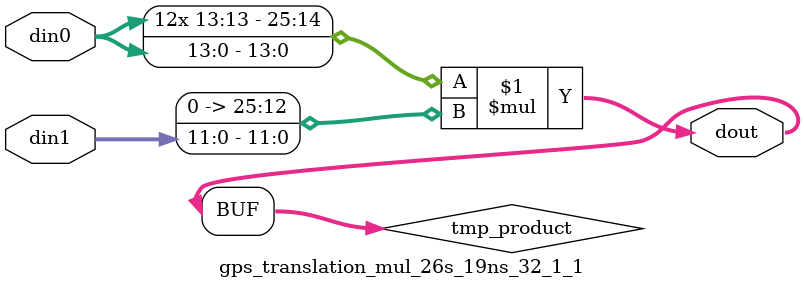
<source format=v>

`timescale 1 ns / 1 ps

  module gps_translation_mul_26s_19ns_32_1_1(din0, din1, dout);
parameter ID = 1;
parameter NUM_STAGE = 0;
parameter din0_WIDTH = 14;
parameter din1_WIDTH = 12;
parameter dout_WIDTH = 26;

input [din0_WIDTH - 1 : 0] din0; 
input [din1_WIDTH - 1 : 0] din1; 
output [dout_WIDTH - 1 : 0] dout;

wire signed [dout_WIDTH - 1 : 0] tmp_product;












assign tmp_product = $signed(din0) * $signed({1'b0, din1});









assign dout = tmp_product;







endmodule

</source>
